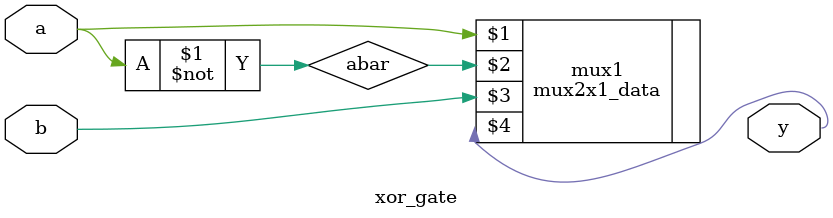
<source format=v>
module xor_gate(a,b,y);

input a,b;
output y;

wire abar;

mux2x1_data mux1(a,abar,b,y);
not g1(abar,a);

endmodule

</source>
